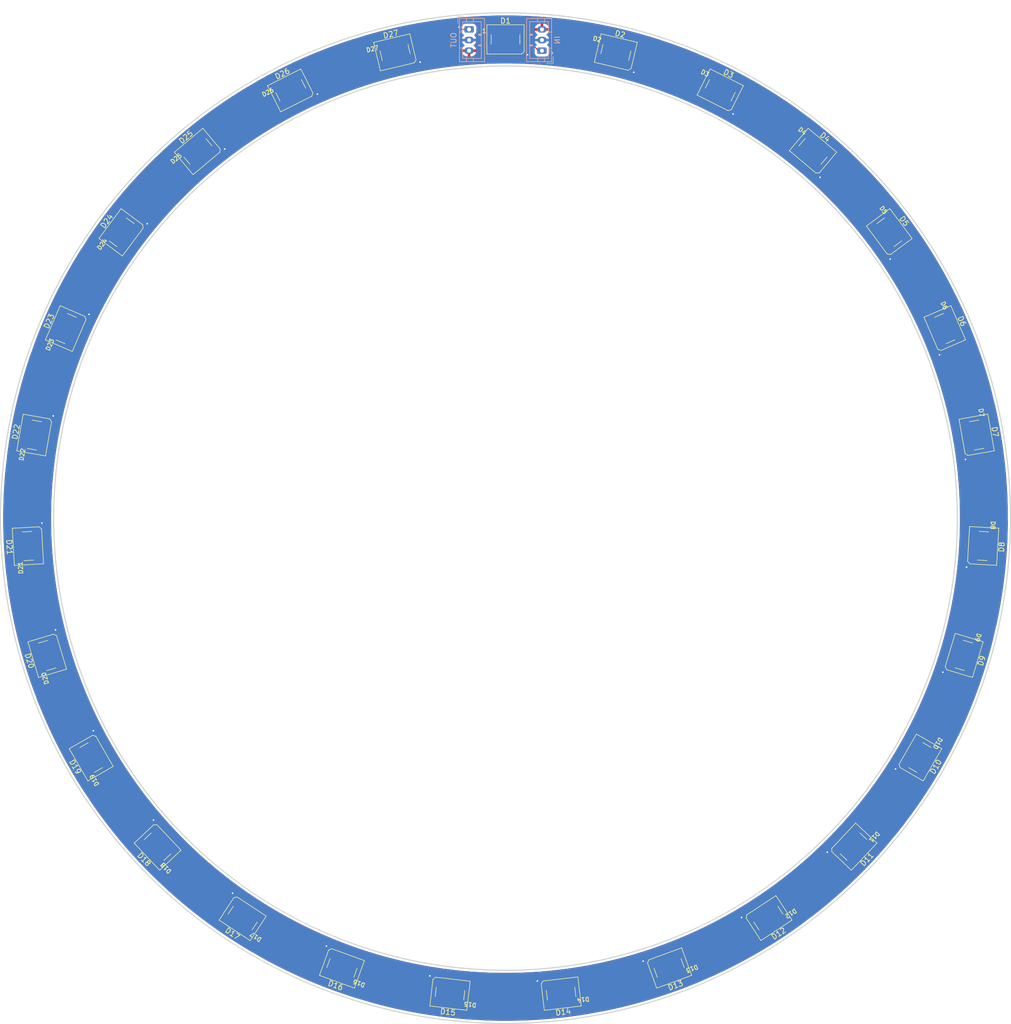
<source format=kicad_pcb>
(kicad_pcb (version 20241229) (generator "pcbnew") (generator_version "9.0")
  (layers (0 "F.Cu" signal) (2 "B.Cu" signal) (13 "F.Paste" user) (15 "B.Paste" user) (5 "F.SilkS" user "F.Silkscreen") (7 "B.SilkS" user "B.Silkscreen") (1 "F.Mask" user) (3 "B.Mask" user) (25 "Edge.Cuts" user))
  (net 0 "")
  (net 1 "Net-(D1-VSS)")
  (net 2 "Net-(D1-VDD)")
  (net 3 "Net-(D1-DOUT)")
  (net 4 "Net-(D1-DIN)")
  (net 5 "Net-(D2-DOUT)")
  (net 6 "Net-(D3-DOUT)")
  (net 7 "Net-(D4-DOUT)")
  (net 8 "Net-(D5-DOUT)")
  (net 9 "Net-(D6-DOUT)")
  (net 10 "Net-(D7-DOUT)")
  (net 11 "Net-(D8-DOUT)")
  (net 12 "Net-(D10-DIN)")
  (net 13 "Net-(D10-DOUT)")
  (net 14 "Net-(D11-DOUT)")
  (net 15 "Net-(D12-DOUT)")
  (net 16 "Net-(D13-DOUT)")
  (net 17 "Net-(D14-DOUT)")
  (net 18 "Net-(D15-DOUT)")
  (net 19 "Net-(D16-DOUT)")
  (net 20 "Net-(D17-DOUT)")
  (net 21 "Net-(D18-DOUT)")
  (net 22 "Net-(D19-DOUT)")
  (net 23 "Net-(D20-DOUT)")
  (net 24 "Net-(D21-DOUT)")
  (net 25 "Net-(D22-DOUT)")
  (net 26 "Net-(D23-DOUT)")
  (net 27 "Net-(D24-DOUT)")
  (net 28 "Net-(D25-DOUT)")
  (net 29 "Net-(D26-DOUT)")
  (net 30 "Net-(D27-DOUT)")
  (footprint "LED_SMD:LED_WS2812B_PLCC4_5.0x5.0mm_P3.2mm" (layer "F.Cu") (at 72.189836 -53.745953 -53.332)
    (property "Reference" "D5" (at 0 -3.499999 306.668) (layer "F.SilkS"))
    (property "Value" "WS2812B")
    (fp_text user "${REFERENCE}" (at -4 -1.599999 306.668) (layer "F.SilkS") (effects (font (size 0.8 0.8))))
    (pad "1" smd roundrect (at -2.45 -1.65 306.668) (size 1.5 0.9) (layers "F.Cu" "F.Mask" "F.Paste") (roundrect_rratio 0.1) (net 2 "Net-(D1-VDD)"))
    (pad "2" smd roundrect (at -2.45 1.65 306.668) (size 1.5 0.9) (layers "F.Cu" "F.Mask" "F.Paste") (roundrect_rratio 0.1) (net 8 "Net-(D5-DOUT)"))
    (pad "3" smd roundrect (at 2.45 1.65 306.668) (size 1.5 0.9) (layers "F.Cu" "F.Mask" "F.Paste") (roundrect_rratio 0.1) (net 1 "Net-(D1-VSS)"))
    (pad "4" smd roundrect (at 2.45 -1.65 306.668) (size 1.5 0.9) (layers "F.Cu" "F.Mask" "F.Paste") (roundrect_rratio 0.1) (net 7 "Net-(D4-DOUT)"))
  )
  (footprint "LED_SMD:LED_WS2812B_PLCC4_5.0x5.0mm_P3.2mm" (layer "F.Cu") (at 65.46722 61.757938 -133.33)
    (property "Reference" "D11" (at 0 -3.499999 226.67) (layer "F.SilkS"))
    (property "Value" "WS2812B")
    (fp_text user "${REFERENCE}" (at -4 -1.599999 226.67) (layer "F.SilkS") (effects (font (size 0.8 0.8))))
    (pad "1" smd roundrect (at -2.45 -1.65 226.67) (size 1.5 0.9) (layers "F.Cu" "F.Mask" "F.Paste") (roundrect_rratio 0.1) (net 2 "Net-(D1-VDD)"))
    (pad "2" smd roundrect (at -2.45 1.65 226.67) (size 1.5 0.9) (layers "F.Cu" "F.Mask" "F.Paste") (roundrect_rratio 0.1) (net 14 "Net-(D11-DOUT)"))
    (pad "3" smd roundrect (at 2.45 1.65 226.67) (size 1.5 0.9) (layers "F.Cu" "F.Mask" "F.Paste") (roundrect_rratio 0.1) (net 1 "Net-(D1-VSS)"))
    (pad "4" smd roundrect (at 2.45 -1.65 226.67) (size 1.5 0.9) (layers "F.Cu" "F.Mask" "F.Paste") (roundrect_rratio 0.1) (net 13 "Net-(D10-DOUT)"))
  )
  (footprint "LED_SMD:LED_WS2812B_PLCC4_5.0x5.0mm_P3.2mm" (layer "F.Cu") (at -57.86051 -68.935921 40.008)
    (property "Reference" "D25" (at 0 -3.499999 40.008) (layer "F.SilkS"))
    (property "Value" "WS2812B")
    (fp_text user "${REFERENCE}" (at -4 -1.6 40.008) (layer "F.SilkS") (effects (font (size 0.8 0.8))))
    (pad "1" smd roundrect (at -2.45 -1.65 40.008) (size 1.5 0.9) (layers "F.Cu" "F.Mask" "F.Paste") (roundrect_rratio 0.1) (net 2 "Net-(D1-VDD)"))
    (pad "2" smd roundrect (at -2.45 1.65 40.008) (size 1.5 0.9) (layers "F.Cu" "F.Mask" "F.Paste") (roundrect_rratio 0.1) (net 28 "Net-(D25-DOUT)"))
    (pad "3" smd roundrect (at 2.45 1.65 40.008) (size 1.5 0.9) (layers "F.Cu" "F.Mask" "F.Paste") (roundrect_rratio 0.1) (net 1 "Net-(D1-VSS)"))
    (pad "4" smd roundrect (at 2.45 -1.65 40.008) (size 1.5 0.9) (layers "F.Cu" "F.Mask" "F.Paste") (roundrect_rratio 0.1) (net 27 "Net-(D24-DOUT)"))
  )
  (footprint "LED_SMD:LED_WS2812B_PLCC4_5.0x5.0mm_P3.2mm" (layer "F.Cu") (at 49.460619 75.190737 -146.663)
    (property "Reference" "D12" (at 0 -3.499999 213.337) (layer "F.SilkS"))
    (property "Value" "WS2812B")
    (fp_text user "${REFERENCE}" (at -4 -1.599999 213.337) (layer "F.SilkS") (effects (font (size 0.8 0.8))))
    (pad "1" smd roundrect (at -2.45 -1.65 213.337) (size 1.5 0.9) (layers "F.Cu" "F.Mask" "F.Paste") (roundrect_rratio 0.1) (net 2 "Net-(D1-VDD)"))
    (pad "2" smd roundrect (at -2.45 1.65 213.337) (size 1.5 0.9) (layers "F.Cu" "F.Mask" "F.Paste") (roundrect_rratio 0.1) (net 15 "Net-(D12-DOUT)"))
    (pad "3" smd roundrect (at 2.45 1.65 213.337) (size 1.5 0.9) (layers "F.Cu" "F.Mask" "F.Paste") (roundrect_rratio 0.1) (net 1 "Net-(D1-VSS)"))
    (pad "4" smd roundrect (at 2.45 -1.65 213.337) (size 1.5 0.9) (layers "F.Cu" "F.Mask" "F.Paste") (roundrect_rratio 0.1) (net 14 "Net-(D11-DOUT)"))
  )
  (footprint "LED_SMD:LED_WS2812B_PLCC4_5.0x5.0mm_P3.2mm" (layer "F.Cu") (at 20.754918 -87.574159 -13.333)
    (property "Reference" "D2" (at -0.000001 -3.499999 346.667) (layer "F.SilkS"))
    (property "Value" "WS2812B")
    (fp_text user "${REFERENCE}" (at -4 -1.599999 346.667) (layer "F.SilkS") (effects (font (size 0.8 0.8))))
    (pad "1" smd roundrect (at -2.45 -1.65 346.667) (size 1.5 0.9) (layers "F.Cu" "F.Mask" "F.Paste") (roundrect_rratio 0.1) (net 2 "Net-(D1-VDD)"))
    (pad "2" smd roundrect (at -2.45 1.65 346.667) (size 1.5 0.9) (layers "F.Cu" "F.Mask" "F.Paste") (roundrect_rratio 0.1) (net 5 "Net-(D2-DOUT)"))
    (pad "3" smd roundrect (at 2.45 1.65 346.667) (size 1.5 0.9) (layers "F.Cu" "F.Mask" "F.Paste") (roundrect_rratio 0.1) (net 1 "Net-(D1-VSS)"))
    (pad "4" smd roundrect (at 2.45 -1.65 346.667) (size 1.5 0.9) (layers "F.Cu" "F.Mask" "F.Paste") (roundrect_rratio 0.1) (net 3 "Net-(D1-DOUT)"))
  )
  (footprint "LED_SMD:LED_WS2812B_PLCC4_5.0x5.0mm_P3.2mm" (layer "F.Cu") (at -88.634606 -15.617507 80.007)
    (property "Reference" "D22" (at 0.000001 -3.5 80.007) (layer "F.SilkS"))
    (property "Value" "WS2812B")
    (fp_text user "${REFERENCE}" (at -4.000001 -1.599999 80.007) (layer "F.SilkS") (effects (font (size 0.8 0.8))))
    (pad "1" smd roundrect (at -2.45 -1.65 80.007) (size 1.5 0.9) (layers "F.Cu" "F.Mask" "F.Paste") (roundrect_rratio 0.1) (net 2 "Net-(D1-VDD)"))
    (pad "2" smd roundrect (at -2.45 1.65 80.007) (size 1.5 0.9) (layers "F.Cu" "F.Mask" "F.Paste") (roundrect_rratio 0.1) (net 25 "Net-(D22-DOUT)"))
    (pad "3" smd roundrect (at 2.45 1.65 80.007) (size 1.5 0.9) (layers "F.Cu" "F.Mask" "F.Paste") (roundrect_rratio 0.1) (net 1 "Net-(D1-VSS)"))
    (pad "4" smd roundrect (at 2.45 -1.65 80.007) (size 1.5 0.9) (layers "F.Cu" "F.Mask" "F.Paste") (roundrect_rratio 0.1) (net 24 "Net-(D21-DOUT)"))
  )
  (footprint "LED_SMD:LED_WS2812B_PLCC4_5.0x5.0mm_P3.2mm" (layer "F.Cu") (at -10.441081 89.392302 173.338)
    (property "Reference" "D15" (at 0 -3.5 173.338) (layer "F.SilkS"))
    (property "Value" "WS2812B")
    (fp_text user "${REFERENCE}" (at -4.000001 -1.599999 173.338) (layer "F.SilkS") (effects (font (size 0.8 0.8))))
    (pad "1" smd roundrect (at -2.45 -1.65 173.338) (size 1.5 0.9) (layers "F.Cu" "F.Mask" "F.Paste") (roundrect_rratio 0.1) (net 2 "Net-(D1-VDD)"))
    (pad "2" smd roundrect (at -2.45 1.65 173.338) (size 1.5 0.9) (layers "F.Cu" "F.Mask" "F.Paste") (roundrect_rratio 0.1) (net 18 "Net-(D15-DOUT)"))
    (pad "3" smd roundrect (at 2.45 1.65 173.338) (size 1.5 0.9) (layers "F.Cu" "F.Mask" "F.Paste") (roundrect_rratio 0.1) (net 1 "Net-(D1-VSS)"))
    (pad "4" smd roundrect (at 2.45 -1.65 173.338) (size 1.5 0.9) (layers "F.Cu" "F.Mask" "F.Paste") (roundrect_rratio 0.1) (net 17 "Net-(D14-DOUT)"))
  )
  (footprint "LED_SMD:LED_WS2812B_PLCC4_5.0x5.0mm_P3.2mm" (layer "F.Cu") (at 30.787717 84.570186 -159.996)
    (property "Reference" "D13" (at 0 -3.499999 200.004) (layer "F.SilkS"))
    (property "Value" "WS2812B")
    (fp_text user "${REFERENCE}" (at -4 -1.6 200.004) (layer "F.SilkS") (effects (font (size 0.8 0.8))))
    (pad "1" smd roundrect (at -2.45 -1.65 200.004) (size 1.5 0.9) (layers "F.Cu" "F.Mask" "F.Paste") (roundrect_rratio 0.1) (net 2 "Net-(D1-VDD)"))
    (pad "2" smd roundrect (at -2.45 1.65 200.004) (size 1.5 0.9) (layers "F.Cu" "F.Mask" "F.Paste") (roundrect_rratio 0.1) (net 16 "Net-(D13-DOUT)"))
    (pad "3" smd roundrect (at 2.45 1.65 200.004) (size 1.5 0.9) (layers "F.Cu" "F.Mask" "F.Paste") (roundrect_rratio 0.1) (net 1 "Net-(D1-VSS)"))
    (pad "4" smd roundrect (at 2.45 -1.65 200.004) (size 1.5 0.9) (layers "F.Cu" "F.Mask" "F.Paste") (roundrect_rratio 0.1) (net 15 "Net-(D12-DOUT)"))
  )
  (footprint "LED_SMD:LED_WS2812B_PLCC4_5.0x5.0mm_P3.2mm" (layer "F.Cu") (at -40.403623 -80.421062 26.675)
    (property "Reference" "D26" (at 0 -3.499999 26.675) (layer "F.SilkS"))
    (property "Value" "WS2812B")
    (fp_text user "${REFERENCE}" (at -4 -1.6 26.675) (layer "F.SilkS") (effects (font (size 0.8 0.8))))
    (pad "1" smd roundrect (at -2.45 -1.65 26.675) (size 1.5 0.9) (layers "F.Cu" "F.Mask" "F.Paste") (roundrect_rratio 0.1) (net 2 "Net-(D1-VDD)"))
    (pad "2" smd roundrect (at -2.45 1.65 26.675) (size 1.5 0.9) (layers "F.Cu" "F.Mask" "F.Paste") (roundrect_rratio 0.1) (net 29 "Net-(D26-DOUT)"))
    (pad "3" smd roundrect (at 2.45 1.65 26.675) (size 1.5 0.9) (layers "F.Cu" "F.Mask" "F.Paste") (roundrect_rratio 0.1) (net 1 "Net-(D1-VSS)"))
    (pad "4" smd roundrect (at 2.45 -1.65 26.675) (size 1.5 0.9) (layers "F.Cu" "F.Mask" "F.Paste") (roundrect_rratio 0.1) (net 28 "Net-(D25-DOUT)"))
  )
  (footprint "LED_SMD:LED_WS2812B_PLCC4_5.0x5.0mm_P3.2mm" (layer "F.Cu") (at 57.849681 -68.945009 -39.999)
    (property "Reference" "D4" (at 0 -3.499999 320.001) (layer "F.SilkS"))
    (property "Value" "WS2812B")
    (fp_text user "${REFERENCE}" (at -4 -1.6 320.001) (layer "F.SilkS") (effects (font (size 0.8 0.8))))
    (pad "1" smd roundrect (at -2.45 -1.65 320.001) (size 1.5 0.9) (layers "F.Cu" "F.Mask" "F.Paste") (roundrect_rratio 0.1) (net 2 "Net-(D1-VDD)"))
    (pad "2" smd roundrect (at -2.45 1.65 320.001) (size 1.5 0.9) (layers "F.Cu" "F.Mask" "F.Paste") (roundrect_rratio 0.1) (net 7 "Net-(D4-DOUT)"))
    (pad "3" smd roundrect (at 2.45 1.65 320.001) (size 1.5 0.9) (layers "F.Cu" "F.Mask" "F.Paste") (roundrect_rratio 0.1) (net 1 "Net-(D1-VSS)"))
    (pad "4" smd roundrect (at 2.45 -1.65 320.001) (size 1.5 0.9) (layers "F.Cu" "F.Mask" "F.Paste") (roundrect_rratio 0.1) (net 6 "Net-(D3-DOUT)"))
  )
  (footprint "LED_SMD:LED_WS2812B_PLCC4_5.0x5.0mm_P3.2mm" (layer "F.Cu") (at 89.847947 5.229375 -93.331)
    (property "Reference" "D8" (at -0.000001 -3.499999 266.669) (layer "F.SilkS"))
    (property "Value" "WS2812B")
    (fp_text user "${REFERENCE}" (at -4.000001 -1.599999 266.669) (layer "F.SilkS") (effects (font (size 0.8 0.8))))
    (pad "1" smd roundrect (at -2.45 -1.65 266.669) (size 1.5 0.9) (layers "F.Cu" "F.Mask" "F.Paste") (roundrect_rratio 0.1) (net 2 "Net-(D1-VDD)"))
    (pad "2" smd roundrect (at -2.45 1.65 266.669) (size 1.5 0.9) (layers "F.Cu" "F.Mask" "F.Paste") (roundrect_rratio 0.1) (net 11 "Net-(D8-DOUT)"))
    (pad "3" smd roundrect (at 2.45 1.65 266.669) (size 1.5 0.9) (layers "F.Cu" "F.Mask" "F.Paste") (roundrect_rratio 0.1) (net 1 "Net-(D1-VSS)"))
    (pad "4" smd roundrect (at 2.45 -1.65 266.669) (size 1.5 0.9) (layers "F.Cu" "F.Mask" "F.Paste") (roundrect_rratio 0.1) (net 10 "Net-(D7-DOUT)"))
  )
  (footprint "LED_SMD:LED_WS2812B_PLCC4_5.0x5.0mm_P3.2mm" (layer "F.Cu") (at -82.644011 -35.636601 66.674)
    (property "Reference" "D23" (at 0 -3.499999 66.674) (layer "F.SilkS"))
    (property "Value" "WS2812B")
    (fp_text user "${REFERENCE}" (at -4 -1.599999 66.674) (layer "F.SilkS") (effects (font (size 0.8 0.8))))
    (pad "1" smd roundrect (at -2.45 -1.65 66.674) (size 1.5 0.9) (layers "F.Cu" "F.Mask" "F.Paste") (roundrect_rratio 0.1) (net 2 "Net-(D1-VDD)"))
    (pad "2" smd roundrect (at -2.45 1.65 66.674) (size 1.5 0.9) (layers "F.Cu" "F.Mask" "F.Paste") (roundrect_rratio 0.1) (net 26 "Net-(D23-DOUT)"))
    (pad "3" smd roundrect (at 2.45 1.65 66.674) (size 1.5 0.9) (layers "F.Cu" "F.Mask" "F.Paste") (roundrect_rratio 0.1) (net 1 "Net-(D1-VSS)"))
    (pad "4" smd roundrect (at 2.45 -1.65 66.674) (size 1.5 0.9) (layers "F.Cu" "F.Mask" "F.Paste") (roundrect_rratio 0.1) (net 25 "Net-(D22-DOUT)"))
  )
  (footprint "LED_SMD:LED_WS2812B_PLCC4_5.0x5.0mm_P3.2mm" (layer "F.Cu") (at -72.198278 -53.734612 53.341)
    (property "Reference" "D24" (at 0 -3.499999 53.341) (layer "F.SilkS"))
    (property "Value" "WS2812B")
    (fp_text user "${REFERENCE}" (at -4 -1.599999 53.341) (layer "F.SilkS") (effects (font (size 0.8 0.8))))
    (pad "1" smd roundrect (at -2.45 -1.65 53.341) (size 1.5 0.9) (layers "F.Cu" "F.Mask" "F.Paste") (roundrect_rratio 0.1) (net 2 "Net-(D1-VDD)"))
    (pad "2" smd roundrect (at -2.45 1.65 53.341) (size 1.5 0.9) (layers "F.Cu" "F.Mask" "F.Paste") (roundrect_rratio 0.1) (net 27 "Net-(D24-DOUT)"))
    (pad "3" smd roundrect (at 2.45 1.65 53.341) (size 1.5 0.9) (layers "F.Cu" "F.Mask" "F.Paste") (roundrect_rratio 0.1) (net 1 "Net-(D1-VSS)"))
    (pad "4" smd roundrect (at 2.45 -1.65 53.341) (size 1.5 0.9) (layers "F.Cu" "F.Mask" "F.Paste") (roundrect_rratio 0.1) (net 26 "Net-(D23-DOUT)"))
  )
  (footprint "LED_SMD:LED_WS2812B_PLCC4_5.0x5.0mm_P3.2mm" (layer "F.Cu") (at 86.220257 25.808278 -106.664)
    (property "Reference" "D9" (at 0 -3.5 253.336) (layer "F.SilkS"))
    (property "Value" "WS2812B")
    (fp_text user "${REFERENCE}" (at -4 -1.6 253.336) (layer "F.SilkS") (effects (font (size 0.8 0.8))))
    (pad "1" smd roundrect (at -2.45 -1.65 253.336) (size 1.5 0.9) (layers "F.Cu" "F.Mask" "F.Paste") (roundrect_rratio 0.1) (net 2 "Net-(D1-VDD)"))
    (pad "2" smd roundrect (at -2.45 1.65 253.336) (size 1.5 0.9) (layers "F.Cu" "F.Mask" "F.Paste") (roundrect_rratio 0.1) (net 12 "Net-(D10-DIN)"))
    (pad "3" smd roundrect (at 2.45 1.65 253.336) (size 1.5 0.9) (layers "F.Cu" "F.Mask" "F.Paste") (roundrect_rratio 0.1) (net 1 "Net-(D1-VSS)"))
    (pad "4" smd roundrect (at 2.45 -1.65 253.336) (size 1.5 0.9) (layers "F.Cu" "F.Mask" "F.Paste") (roundrect_rratio 0.1) (net 11 "Net-(D8-DOUT)"))
  )
  (footprint "LED_SMD:LED_WS2812B_PLCC4_5.0x5.0mm_P3.2mm" (layer "F.Cu") (at -65.457519 61.768221 133.339)
    (property "Reference" "D18" (at 0 -3.5 133.339) (layer "F.SilkS"))
    (property "Value" "WS2812B")
    (fp_text user "${REFERENCE}" (at -4 -1.599999 133.339) (layer "F.SilkS") (effects (font (size 0.8 0.8))))
    (pad "1" smd roundrect (at -2.450001 -1.65 133.339) (size 1.5 0.9) (layers "F.Cu" "F.Mask" "F.Paste") (roundrect_rratio 0.1) (net 2 "Net-(D1-VDD)"))
    (pad "2" smd roundrect (at -2.45 1.65 133.339) (size 1.5 0.9) (layers "F.Cu" "F.Mask" "F.Paste") (roundrect_rratio 0.1) (net 21 "Net-(D18-DOUT)"))
    (pad "3" smd roundrect (at 2.450001 1.65 133.339) (size 1.5 0.9) (layers "F.Cu" "F.Mask" "F.Paste") (roundrect_rratio 0.1) (net 1 "Net-(D1-VSS)"))
    (pad "4" smd roundrect (at 2.45 -1.65 133.339) (size 1.5 0.9) (layers "F.Cu" "F.Mask" "F.Paste") (roundrect_rratio 0.1) (net 20 "Net-(D17-DOUT)"))
  )
  (footprint "LED_SMD:LED_WS2812B_PLCC4_5.0x5.0mm_P3.2mm" (layer "F.Cu") (at -77.937573 45.008161 120.006)
    (property "Reference" "D19" (at 0 -3.499999 120.006) (layer "F.SilkS"))
    (property "Value" "WS2812B")
    (fp_text user "${REFERENCE}" (at -4 -1.6 120.006) (layer "F.SilkS") (effects (font (size 0.8 0.8))))
    (pad "1" smd roundrect (at -2.450001 -1.65 120.006) (size 1.5 0.9) (layers "F.Cu" "F.Mask" "F.Paste") (roundrect_rratio 0.1) (net 2 "Net-(D1-VDD)"))
    (pad "2" smd roundrect (at -2.45 1.65 120.006) (size 1.5 0.9) (layers "F.Cu" "F.Mask" "F.Paste") (roundrect_rratio 0.1) (net 22 "Net-(D19-DOUT)"))
    (pad "3" smd roundrect (at 2.450001 1.65 120.006) (size 1.5 0.9) (layers "F.Cu" "F.Mask" "F.Paste") (roundrect_rratio 0.1) (net 1 "Net-(D1-VSS)"))
    (pad "4" smd roundrect (at 2.45 -1.65 120.006) (size 1.5 0.9) (layers "F.Cu" "F.Mask" "F.Paste") (roundrect_rratio 0.1) (net 21 "Net-(D18-DOUT)"))
  )
  (footprint "LED_SMD:LED_WS2812B_PLCC4_5.0x5.0mm_P3.2mm" (layer "F.Cu") (at 10.455123 89.390661 -173.329)
    (property "Reference" "D14" (at 0 -3.499999 186.671) (layer "F.SilkS"))
    (property "Value" "WS2812B")
    (fp_text user "${REFERENCE}" (at -4 -1.6 186.671) (layer "F.SilkS") (effects (font (size 0.8 0.8))))
    (pad "1" smd roundrect (at -2.45 -1.65 186.671) (size 1.5 0.9) (layers "F.Cu" "F.Mask" "F.Paste") (roundrect_rratio 0.1) (net 2 "Net-(D1-VDD)"))
    (pad "2" smd roundrect (at -2.45 1.65 186.671) (size 1.5 0.9) (layers "F.Cu" "F.Mask" "F.Paste") (roundrect_rratio 0.1) (net 17 "Net-(D14-DOUT)"))
    (pad "3" smd roundrect (at 2.45 1.65 186.671) (size 1.5 0.9) (layers "F.Cu" "F.Mask" "F.Paste") (roundrect_rratio 0.1) (net 1 "Net-(D1-VSS)"))
    (pad "4" smd roundrect (at 2.45 -1.65 186.671) (size 1.5 0.9) (layers "F.Cu" "F.Mask" "F.Paste") (roundrect_rratio 0.1) (net 16 "Net-(D13-DOUT)"))
  )
  (footprint "LED_SMD:LED_WS2812B_PLCC4_5.0x5.0mm_P3.2mm" (layer "F.Cu") (at -49.448808 75.198506 146.672)
    (property "Reference" "D17" (at 0 -3.5 146.672) (layer "F.SilkS"))
    (property "Value" "WS2812B")
    (fp_text user "${REFERENCE}" (at -4 -1.6 146.672) (layer "F.SilkS") (effects (font (size 0.8 0.8))))
    (pad "1" smd roundrect (at -2.45 -1.65 146.672) (size 1.5 0.9) (layers "F.Cu" "F.Mask" "F.Paste") (roundrect_rratio 0.1) (net 2 "Net-(D1-VDD)"))
    (pad "2" smd roundrect (at -2.45 1.65 146.672) (size 1.5 0.9) (layers "F.Cu" "F.Mask" "F.Paste") (roundrect_rratio 0.1) (net 20 "Net-(D17-DOUT)"))
    (pad "3" smd roundrect (at 2.45 1.65 146.672) (size 1.5 0.9) (layers "F.Cu" "F.Mask" "F.Paste") (roundrect_rratio 0.1) (net 1 "Net-(D1-VSS)"))
    (pad "4" smd roundrect (at 2.45 -1.65 146.672) (size 1.5 0.9) (layers "F.Cu" "F.Mask" "F.Paste") (roundrect_rratio 0.1) (net 19 "Net-(D16-DOUT)"))
  )
  (footprint "LED_SMD:LED_WS2812B_PLCC4_5.0x5.0mm_P3.2mm" (layer "F.Cu") (at -89.847124 5.243488 93.34)
    (property "Reference" "D21" (at 0 -3.499999 93.34) (layer "F.SilkS"))
    (property "Value" "WS2812B")
    (fp_text user "${REFERENCE}" (at -4 -1.6 93.34) (layer "F.SilkS") (effects (font (size 0.8 0.8))))
    (pad "1" smd roundrect (at -2.45 -1.65 93.34) (size 1.5 0.9) (layers "F.Cu" "F.Mask" "F.Paste") (roundrect_rratio 0.1) (net 2 "Net-(D1-VDD)"))
    (pad "2" smd roundrect (at -2.45 1.65 93.34) (size 1.5 0.9) (layers "F.Cu" "F.Mask" "F.Paste") (roundrect_rratio 0.1) (net 24 "Net-(D21-DOUT)"))
    (pad "3" smd roundrect (at 2.45 1.65 93.34) (size 1.5 0.9) (layers "F.Cu" "F.Mask" "F.Paste") (roundrect_rratio 0.1) (net 1 "Net-(D1-VSS)"))
    (pad "4" smd roundrect (at 2.45 -1.65 93.34) (size 1.5 0.9) (layers "F.Cu" "F.Mask" "F.Paste") (roundrect_rratio 0.1) (net 23 "Net-(D20-DOUT)"))
  )
  (footprint "LED_SMD:LED_WS2812B_PLCC4_5.0x5.0mm_P3.2mm" (layer "F.Cu") (at 77.944642 44.995918 -119.997)
    (property "Reference" "D10" (at 0 -3.499999 240.003) (layer "F.SilkS"))
    (property "Value" "WS2812B")
    (fp_text user "${REFERENCE}" (at -4 -1.6 240.003) (layer "F.SilkS") (effects (font (size 0.8 0.8))))
    (pad "1" smd roundrect (at -2.45 -1.65 240.003) (size 1.5 0.9) (layers "F.Cu" "F.Mask" "F.Paste") (roundrect_rratio 0.1) (net 2 "Net-(D1-VDD)"))
    (pad "2" smd roundrect (at -2.45 1.65 240.003) (size 1.5 0.9) (layers "F.Cu" "F.Mask" "F.Paste") (roundrect_rratio 0.1) (net 13 "Net-(D10-DOUT)"))
    (pad "3" smd roundrect (at 2.45 1.65 240.003) (size 1.5 0.9) (layers "F.Cu" "F.Mask" "F.Paste") (roundrect_rratio 0.1) (net 1 "Net-(D1-VSS)"))
    (pad "4" smd roundrect (at 2.45 -1.65 240.003) (size 1.5 0.9) (layers "F.Cu" "F.Mask" "F.Paste") (roundrect_rratio 0.1) (net 12 "Net-(D10-DIN)"))
  )
  (footprint "LED_SMD:LED_WS2812B_PLCC4_5.0x5.0mm_P3.2mm" (layer "F.Cu") (at 40.39099 -80.427407 -26.666)
    (property "Reference" "D3" (at 0 -3.499999 333.334) (layer "F.SilkS"))
    (property "Value" "WS2812B")
    (fp_text user "${REFERENCE}" (at -4 -1.599999 333.334) (layer "F.SilkS") (effects (font (size 0.8 0.8))))
    (pad "1" smd roundrect (at -2.45 -1.65 333.334) (size 1.5 0.9) (layers "F.Cu" "F.Mask" "F.Paste") (roundrect_rratio 0.1) (net 2 "Net-(D1-VDD)"))
    (pad "2" smd roundrect (at -2.45 1.65 333.334) (size 1.5 0.9) (layers "F.Cu" "F.Mask" "F.Paste") (roundrect_rratio 0.1) (net 6 "Net-(D3-DOUT)"))
    (pad "3" smd roundrect (at 2.45 1.65 333.334) (size 1.5 0.9) (layers "F.Cu" "F.Mask" "F.Paste") (roundrect_rratio 0.1) (net 1 "Net-(D1-VSS)"))
    (pad "4" smd roundrect (at 2.45 -1.65 333.334) (size 1.5 0.9) (layers "F.Cu" "F.Mask" "F.Paste") (roundrect_rratio 0.1) (net 5 "Net-(D2-DOUT)"))
  )
  (footprint "LED_SMD:LED_WS2812B_PLCC4_5.0x5.0mm_P3.2mm" (layer "F.Cu") (at 88.632152 -15.631429 -79.998)
    (property "Reference" "D7" (at 0.000001 -3.499999 280.002) (layer "F.SilkS"))
    (property "Value" "WS2812B")
    (fp_text user "${REFERENCE}" (at -3.999999 -1.599999 280.002) (layer "F.SilkS") (effects (font (size 0.8 0.8))))
    (pad "1" smd roundrect (at -2.45 -1.65 280.002) (size 1.5 0.9) (layers "F.Cu" "F.Mask" "F.Paste") (roundrect_rratio 0.1) (net 2 "Net-(D1-VDD)"))
    (pad "2" smd roundrect (at -2.45 1.65 280.002) (size 1.5 0.9) (layers "F.Cu" "F.Mask" "F.Paste") (roundrect_rratio 0.1) (net 10 "Net-(D7-DOUT)"))
    (pad "3" smd roundrect (at 2.45 1.65 280.002) (size 1.5 0.9) (layers "F.Cu" "F.Mask" "F.Paste") (roundrect_rratio 0.1) (net 1 "Net-(D1-VSS)"))
    (pad "4" smd roundrect (at 2.45 -1.65 280.002) (size 1.5 0.9) (layers "F.Cu" "F.Mask" "F.Paste") (roundrect_rratio 0.1) (net 9 "Net-(D6-DOUT)"))
  )
  (footprint "LED_SMD:LED_WS2812B_PLCC4_5.0x5.0mm_P3.2mm" (layer "F.Cu") (at -20.768674 -87.570897 13.342)
    (property "Reference" "D27" (at 0 -3.499999 13.342) (layer "F.SilkS"))
    (property "Value" "WS2812B")
    (fp_text user "${REFERENCE}" (at -3.999999 -1.599999 13.342) (layer "F.SilkS") (effects (font (size 0.8 0.8))))
    (pad "1" smd roundrect (at -2.45 -1.65 13.342) (size 1.5 0.9) (layers "F.Cu" "F.Mask" "F.Paste") (roundrect_rratio 0.1) (net 2 "Net-(D1-VDD)"))
    (pad "2" smd roundrect (at -2.45 1.65 13.342) (size 1.5 0.9) (layers "F.Cu" "F.Mask" "F.Paste") (roundrect_rratio 0.1) (net 30 "Net-(D27-DOUT)"))
    (pad "3" smd roundrect (at 2.45 1.65 13.342) (size 1.5 0.9) (layers "F.Cu" "F.Mask" "F.Paste") (roundrect_rratio 0.1) (net 1 "Net-(D1-VSS)"))
    (pad "4" smd roundrect (at 2.45 -1.65 13.342) (size 1.5 0.9) (layers "F.Cu" "F.Mask" "F.Paste") (roundrect_rratio 0.1) (net 29 "Net-(D26-DOUT)"))
  )
  (footprint "LED_SMD:LED_WS2812B_PLCC4_5.0x5.0mm_P3.2mm" (layer "F.Cu") (at -30.774432 84.575021 160.005)
    (property "Reference" "D16" (at 0 -3.499999 160.005) (layer "F.SilkS"))
    (property "Value" "WS2812B")
    (fp_text user "${REFERENCE}" (at -4 -1.599999 160.005) (layer "F.SilkS") (effects (font (size 0.8 0.8))))
    (pad "1" smd roundrect (at -2.45 -1.650001 160.005) (size 1.5 0.9) (layers "F.Cu" "F.Mask" "F.Paste") (roundrect_rratio 0.1) (net 2 "Net-(D1-VDD)"))
    (pad "2" smd roundrect (at -2.45 1.65 160.005) (size 1.5 0.9) (layers "F.Cu" "F.Mask" "F.Paste") (roundrect_rratio 0.1) (net 19 "Net-(D16-DOUT)"))
    (pad "3" smd roundrect (at 2.45 1.650001 160.005) (size 1.5 0.9) (layers "F.Cu" "F.Mask" "F.Paste") (roundrect_rratio 0.1) (net 1 "Net-(D1-VSS)"))
    (pad "4" smd roundrect (at 2.45 -1.65 160.005) (size 1.5 0.9) (layers "F.Cu" "F.Mask" "F.Paste") (roundrect_rratio 0.1) (net 18 "Net-(D15-DOUT)"))
  )
  (footprint "LED_SMD:LED_WS2812B_PLCC4_5.0x5.0mm_P3.2mm" (layer "F.Cu") (at 0 -90)
    (property "Reference" "D1" (at 0 -3.5 0) (layer "F.SilkS"))
    (property "Value" "WS2812B")
    (fp_text user "1" (at -4 -1.6 0) (layer "F.SilkS") (effects (font (size 0.8 0.8))))
    (pad "1" smd roundrect (at -2.45 -1.65) (size 1.5 0.9) (layers "F.Cu" "F.Mask" "F.Paste") (roundrect_rratio 0.1) (net 2 "Net-(D1-VDD)"))
    (pad "2" smd roundrect (at -2.45 1.65) (size 1.5 0.9) (layers "F.Cu" "F.Mask" "F.Paste") (roundrect_rratio 0.1) (net 3 "Net-(D1-DOUT)"))
    (pad "3" smd roundrect (at 2.45 1.65) (size 1.5 0.9) (layers "F.Cu" "F.Mask" "F.Paste") (roundrect_rratio 0.1) (net 1 "Net-(D1-VSS)"))
    (pad "4" smd roundrect (at 2.45 -1.65) (size 1.5 0.9) (layers "F.Cu" "F.Mask" "F.Paste") (roundrect_rratio 0.1) (net 4 "Net-(D1-DIN)"))
  )
  (footprint "LED_SMD:LED_WS2812B_PLCC4_5.0x5.0mm_P3.2mm" (layer "F.Cu") (at -86.216202 25.821821 106.673)
    (property "Reference" "D20" (at 0.000001 -3.499999 106.673) (layer "F.SilkS"))
    (property "Value" "WS2812B")
    (fp_text user "${REFERENCE}" (at -4 -1.599999 106.673) (layer "F.SilkS") (effects (font (size 0.8 0.8))))
    (pad "1" smd roundrect (at -2.45 -1.65 106.673) (size 1.5 0.9) (layers "F.Cu" "F.Mask" "F.Paste") (roundrect_rratio 0.1) (net 2 "Net-(D1-VDD)"))
    (pad "2" smd roundrect (at -2.45 1.65 106.673) (size 1.5 0.9) (layers "F.Cu" "F.Mask" "F.Paste") (roundrect_rratio 0.1) (net 23 "Net-(D20-DOUT)"))
    (pad "3" smd roundrect (at 2.45 1.65 106.673) (size 1.5 0.9) (layers "F.Cu" "F.Mask" "F.Paste") (roundrect_rratio 0.1) (net 1 "Net-(D1-VSS)"))
    (pad "4" smd roundrect (at 2.45 -1.65 106.673) (size 1.5 0.9) (layers "F.Cu" "F.Mask" "F.Paste") (roundrect_rratio 0.1) (net 22 "Net-(D19-DOUT)"))
  )
  (footprint "LED_SMD:LED_WS2812B_PLCC4_5.0x5.0mm_P3.2mm" (layer "F.Cu") (at 82.638412 -35.649582 -66.665)
    (property "Reference" "D6" (at 0.000001 -3.5 293.335) (layer "F.SilkS"))
    (property "Value" "WS2812B")
    (fp_text user "${REFERENCE}" (at -4 -1.599999 293.335) (layer "F.SilkS") (effects (font (size 0.8 0.8))))
    (pad "1" smd roundrect (at -2.45 -1.65 293.335) (size 1.5 0.9) (layers "F.Cu" "F.Mask" "F.Paste") (roundrect_rratio 0.1) (net 2 "Net-(D1-VDD)"))
    (pad "2" smd roundrect (at -2.45 1.649999 293.335) (size 1.5 0.9) (layers "F.Cu" "F.Mask" "F.Paste") (roundrect_rratio 0.1) (net 9 "Net-(D6-DOUT)"))
    (pad "3" smd roundrect (at 2.45 1.65 293.335) (size 1.5 0.9) (layers "F.Cu" "F.Mask" "F.Paste") (roundrect_rratio 0.1) (net 1 "Net-(D1-VSS)"))
    (pad "4" smd roundrect (at 2.45 -1.649999 293.335) (size 1.5 0.9) (layers "F.Cu" "F.Mask" "F.Paste") (roundrect_rratio 0.1) (net 8 "Net-(D5-DOUT)"))
  )
  (footprint "Connector_JST:JST_PH_B3B-PH-K_1x03_P2.00mm_Vertical" (layer "B.Cu") (at -6.858 -91.884 -90)
    (property "Reference" "OUT" (at 2 2.9 90) (layer "B.SilkS") (effects (justify mirror)))
    (property "Value" "Conn_01x03_Socket")
    (pad "1" thru_hole roundrect (at 0 0 270) (size 1.2 1.75) (drill 0.75) (layers "*.Cu" "*.Mask") (roundrect_rratio 0.208333) (net 30 "Net-(D27-DOUT)"))
    (pad "2" thru_hole oval (at 2 0 270) (size 1.2 1.75) (drill 0.75) (layers "*.Cu" "*.Mask") (net 1 "Net-(D1-VSS)"))
    (pad "3" thru_hole oval (at 4 0 270) (size 1.2 1.75) (drill 0.75) (layers "*.Cu" "*.Mask") (net 2 "Net-(D1-VDD)"))
  )
  (footprint "Connector_JST:JST_PH_B3B-PH-K_1x03_P2.00mm_Vertical" (layer "B.Cu") (at 6.858 -87.884 90)
    (property "Reference" "IN" (at 2 2.9 90) (layer "B.SilkS") (effects (justify mirror)))
    (property "Value" "Conn_01x03_Socket")
    (pad "1" thru_hole roundrect (at 0 0 90) (size 1.2 1.75) (drill 0.75) (layers "*.Cu" "*.Mask") (roundrect_rratio 0.208333) (net 4 "Net-(D1-DIN)"))
    (pad "2" thru_hole oval (at 2 0 90) (size 1.2 1.75) (drill 0.75) (layers "*.Cu" "*.Mask") (net 1 "Net-(D1-VSS)"))
    (pad "3" thru_hole oval (at 4 0 90) (size 1.2 1.75) (drill 0.75) (layers "*.Cu" "*.Mask") (net 2 "Net-(D1-VDD)"))
  )
  (gr_circle (center 0 0) (end 95 0) (stroke (width 0.2)) (fill no) (layer "Edge.Cuts"))
  (gr_circle (center 0 0) (end 85 0) (stroke (width 0.2)) (fill no) (layer "Edge.Cuts"))
  (segment (start 4.100508 -87.331677) (end 2.449536 -88.350013) (width 0.5) (layer "F.Cu") (net 1))
  (segment (start 59.277788 -64.263362) (end 58.66767 -66.104685) (width 0.5) (layer "F.Cu") (net 1))
  (segment (start -14.212023 86.265024) (end -12.690445 87.468152) (width 0.5) (layer "F.Cu") (net 1))
  (segment (start 81.813875 -30.824111) (end 82.095035 -32.743399) (width 0.5) (layer "F.Cu") (net 1))
  (segment (start -66.33703 56.947646) (end -65.944786 58.847346) (width 0.5) (layer "F.Cu") (net 1))
  (segment (start -87.219247 0.923154) (end -87.422353 0.983959) (width 0.5) (layer "F.Cu") (net 1))
  (segment (start 86.717094 -11.125715) (end 87.433293 -12.928428) (width 0.5) (layer "F.Cu") (net 1))
  (segment (start 86.52242 -11.041744) (end 86.717094 -11.125715) (width 0.5) (layer "F.Cu") (net 1))
  (segment (start -33.722973 80.662241) (end -32.519869 82.183838) (width 0.5) (layer "F.Cu") (net 1))
  (segment (start -85.2928 -19.203496) (end -86.582358 -17.754443) (width 0.5) (layer "F.Cu") (net 1))
  (segment (start 86.945395 9.172468) (end 88.058022 7.583513) (width 0.5) (layer "F.Cu") (net 1))
  (segment (start 26.015247 83.467616) (end 27.914941 83.85989) (width 0.5) (layer "F.Cu") (net 1))
  (segment (start 86.736604 9.209281) (end 86.945396 9.172468) (width 0.5) (layer "F.Cu") (net 1))
  (segment (start -51.415917 70.710957) (end -50.596146 72.468993) (width 0.5) (layer "F.Cu") (net 1))
  (segment (start 73.580702 47.217753) (end 75.288102 46.297155) (width 0.5) (layer "F.Cu") (net 1))
  (segment (start -67.601981 -55.440131) (end -69.404705 -54.72396) (width 0.5) (layer "F.Cu") (net 1))
  (segment (start 73.377598 47.156945) (end 73.580703 47.217753) (width 0.5) (layer "F.Cu") (net 1))
  (segment (start 24.13 -84.032012) (end 22.758374 -85.403638) (width 0.5) (layer "F.Cu") (net 1))
  (segment (start 60.524592 62.807827) (end 60.708199 62.913835) (width 0.5) (layer "F.Cu") (net 1))
  (segment (start 6.065097 87.217261) (end 7.82312 88.037059) (width 0.5) (layer "F.Cu") (net 1))
  (segment (start 82.274818 28.963833) (end 82.486471 28.976163) (width 0.5) (layer "F.Cu") (net 1))
  (segment (start -87.422353 0.983959) (end -88.342977 2.691345) (width 0.5) (layer "F.Cu") (net 1))
  (segment (start 24.13 -83.82) (end 24.13 -84.032012) (width 0.5) (layer "F.Cu") (net 1))
  (segment (start -16.054892 -85.733831) (end -16.150043 -85.923292) (width 0.5) (layer "F.Cu") (net 1))
  (segment (start 5.992586 87.018034) (end 6.065097 87.217261) (width 0.5) (layer "F.Cu") (net 1))
  (segment (start 44.562916 75.218232) (end 46.501868 75.161833) (width 0.5) (layer "F.Cu") (net 1))
  (segment (start -52.824368 -69.409189) (end -52.994427 -69.535794) (width 0.5) (layer "F.Cu") (net 1))
  (segment (start -33.698358 80.451662) (end -33.722973 80.66224) (width 0.5) (layer "F.Cu") (net 1))
  (segment (start -78.565113 -38.355691) (end -80.154085 -37.243089) (width 0.5) (layer "F.Cu") (net 1))
  (segment (start 4.149401 -87.12538) (end 4.100508 -87.331677) (width 0.5) (layer "F.Cu") (net 1))
  (segment (start 22.758374 -85.191626) (end 22.758374 -85.403638) (width 0.2) (layer "F.Cu") (net 1))
  (segment (start -35.393666 -79.720372) (end -35.529944 -79.882783) (width 0.5) (layer "F.Cu") (net 1))
  (segment (start -85.081146 -19.215823) (end -85.292799 -19.203496) (width 0.5) (layer "F.Cu") (net 1))
  (segment (start -14.236634 86.054445) (end -14.212023 86.265024) (width 0.5) (layer "F.Cu") (net 1))
  (segment (start 42.859841 -76.201509) (end 41.841531 -77.852497) (width 0.5) (layer "F.Cu") (net 1))
  (segment (start 25.898746 83.290481) (end 26.015247 83.467616) (width 0.5) (layer "F.Cu") (net 1))
  (segment (start 72.36379 -48.69837) (end 72.500071 -48.860779) (width 0.5) (layer "F.Cu") (net 1))
  (segment (start 60.708198 62.913835) (end 62.581879 62.411805) (width 0.5) (layer "F.Cu") (net 1))
  (segment (start 42.810945 -75.995213) (end 42.859841 -76.201509) (width 0.5) (layer "F.Cu") (net 1))
  (segment (start -67.407308 -55.356157) (end -67.601981 -55.440131) (width 0.5) (layer "F.Cu") (net 1))
  (segment (start -35.529944 -79.882783) (end -37.462334 -80.051849) (width 0.5) (layer "F.Cu") (net 1))
  (segment (start -77.681915 40.114288) (end -77.738344 42.053239) (width 0.5) (layer "F.Cu") (net 1))
  (segment (start 44.408705 75.072739) (end 44.562916 75.218232) (width 0.5) (layer "F.Cu") (net 1))
  (segment (start -78.356322 -38.318875) (end -78.565113 -38.355691) (width 0.5) (layer "F.Cu") (net 1))
  (segment (start -16.150043 -85.923292) (end -17.991357 -86.533439) (width 0.5) (layer "F.Cu") (net 1))
  (segment (start 81.643814 -30.697508) (end 81.813875 -30.824111) (width 0.5) (layer "F.Cu") (net 1))
  (segment (start 82.486471 28.976163) (end 83.935544 27.686627) (width 0.5) (layer "F.Cu") (net 1))
  (segment (start -52.994427 -69.535794) (end -54.913719 -69.254664) (width 0.5) (layer "F.Cu") (net 1))
  (segment (start -84.838968 21.118369) (end -85.341028 22.992042) (width 0.5) (layer "F.Cu") (net 1))
  (segment (start -66.220527 56.770513) (end -66.337031 56.947646) (width 0.5) (layer "F.Cu") (net 1))
  (segment (start -77.527702 39.968797) (end -77.681915 40.114288) (width 0.5) (layer "F.Cu") (net 1))
  (segment (start -51.343404 70.511731) (end -51.415918 70.710957) (width 0.5) (layer "F.Cu") (net 1))
  (segment (start -84.655359 21.012364) (end -84.838967 21.118369) (width 0.5) (layer "F.Cu") (net 1))
  (segment (start 59.182635 -64.073903) (end 59.277789 -64.263362) (width 0.5) (layer "F.Cu") (net 1))
  (segment (start 72.500071 -48.860779) (end 72.331036 -50.793172) (width 0.5) (layer "F.Cu") (net 1))
  (via (at 4.149401 -87.12538) (size 0.6) (drill 0.3) (layers "F.Cu" "B.Cu") (net 1))
  (via (at 42.810945 -75.995213) (size 0.6) (drill 0.3) (layers "F.Cu" "B.Cu") (net 1))
  (via (at 60.524592 62.807827) (size 0.6) (drill 0.3) (layers "F.Cu" "B.Cu") (net 1))
  (via (at -35.393666 -79.720372) (size 0.6) (drill 0.3) (layers "F.Cu" "B.Cu") (net 1))
  (via (at -16.054892 -85.733831) (size 0.6) (drill 0.3) (layers "F.Cu" "B.Cu") (net 1))
  (via (at 86.52242 -11.041744) (size 0.6) (drill 0.3) (layers "F.Cu" "B.Cu") (net 1))
  (via (at 86.736604 9.209281) (size 0.6) (drill 0.3) (layers "F.Cu" "B.Cu") (net 1))
  (via (at -87.219247 0.923154) (size 0.6) (drill 0.3) (layers "F.Cu" "B.Cu") (net 1))
  (via (at 82.274818 28.963833) (size 0.6) (drill 0.3) (layers "F.Cu" "B.Cu") (net 1))
  (via (at -52.824368 -69.409189) (size 0.6) (drill 0.3) (layers "F.Cu" "B.Cu") (net 1))
  (via (at -78.356322 -38.318875) (size 0.6) (drill 0.3) (layers "F.Cu" "B.Cu") (net 1))
  (via (at 5.992586 87.018034) (size 0.6) (drill 0.3) (layers "F.Cu" "B.Cu") (net 1))
  (via (at -84.655359 21.012364) (size 0.6) (drill 0.3) (layers "F.Cu" "B.Cu") (net 1))
  (via (at 81.643814 -30.697508) (size 0.6) (drill 0.3) (layers "F.Cu" "B.Cu") (net 1))
  (via (at 73.377598 47.156945) (size 0.6) (drill 0.3) (layers "F.Cu" "B.Cu") (net 1))
  (via (at -67.407308 -55.356157) (size 0.6) (drill 0.3) (layers "F.Cu" "B.Cu") (net 1))
  (via (at 72.36379 -48.69837) (size 0.6) (drill 0.3) (layers "F.Cu" "B.Cu") (net 1))
  (via (at -77.527702 39.968797) (size 0.6) (drill 0.3) (layers "F.Cu" "B.Cu") (net 1))
  (via (at 25.898746 83.290481) (size 0.6) (drill 0.3) (layers "F.Cu" "B.Cu") (net 1))
  (via (at -51.343404 70.511731) (size 0.6) (drill 0.3) (layers "F.Cu" "B.Cu") (net 1))
  (via (at -66.220527 56.770513) (size 0.6) (drill 0.3) (layers "F.Cu" "B.Cu") (net 1))
  (via (at 44.408705 75.072739) (size 0.6) (drill 0.3) (layers "F.Cu" "B.Cu") (net 1))
  (via (at 59.182635 -64.073903) (size 0.6) (drill 0.3) (layers "F.Cu" "B.Cu") (net 1))
  (via (at -33.698358 80.451662) (size 0.6) (drill 0.3) (layers "F.Cu" "B.Cu") (net 1))
  (via (at -14.236634 86.054445) (size 0.6) (drill 0.3) (layers "F.Cu" "B.Cu") (net 1))
  (via (at 24.13 -83.82) (size 0.6) (drill 0.3) (layers "F.Cu" "B.Cu") (net 1))
  (via (at -85.081146 -19.215823) (size 0.6) (drill 0.3) (layers "F.Cu" "B.Cu") (net 1))
  (segment (start 8.89 -86.36) (end -0.46 -86.36) (width 0.2) (layer "F.Cu") (net 3))
  (segment (start 11.14469 -88.61469) (end 8.89 -86.36) (width 0.2) (layer "F.Cu") (net 3))
  (segment (start 23.519388 -88.61469) (end 11.14469 -88.61469) (width 0.2) (layer "F.Cu") (net 3))
  (segment (start -0.46 -86.36) (end -2.45 -88.35) (width 0.2) (layer "F.Cu") (net 3))
  (segment (start 6.216 -87.884) (end 6.858 -87.884) (width 0.2) (layer "F.Cu") (net 4))
  (segment (start 2.45 -91.65) (end 6.216 -87.884) (width 0.2) (layer "F.Cu") (net 4))
  (segment (start 6.858 -87.884) (end 7.112 -87.63) (width 0.2) (layer "F.Cu") (net 4))
  (segment (start 42.473126 -80.802377) (end 43.320904 -80.802377) (width 0.2) (layer "F.Cu") (net 5))
  (segment (start 36.741875 -86.533628) (end 42.473126 -80.802377) (width 0.2) (layer "F.Cu") (net 5))
  (segment (start 17.990448 -86.533628) (end 36.741875 -86.533628) (width 0.2) (layer "F.Cu") (net 5))
  (segment (start 37.462752 -80.051653) (end 55.708666 -75.727) (width 0.2) (layer "F.Cu") (net 6))
  (segment (start 55.708666 -75.727001) (end 59.963609 -68.828455) (width 0.2) (layer "F.Cu") (net 6))
  (segment (start 59.963609 -68.828455) (end 60.788532 -68.632931) (width 0.2) (layer "F.Cu") (net 6))
  (segment (start 71.670845 -60.838509) (end 74.220185 -53.144658) (width 0.2) (layer "F.Cu") (net 7))
  (segment (start 74.220185 -53.144658) (end 74.977782 -52.764165) (width 0.2) (layer "F.Cu") (net 7))
  (segment (start 54.91408 -69.254377) (end 71.670845 -60.838508) (width 0.2) (layer "F.Cu") (net 7))
  (segment (start 69.404991 -54.723599) (end 83.769249 -42.670213) (width 0.2) (layer "F.Cu") (net 8))
  (segment (start 84.475552 -34.595833) (end 85.12498 -34.050883) (width 0.2) (layer "F.Cu") (net 8))
  (segment (start 83.769249 -42.670213) (end 84.475552 -34.595833) (width 0.2) (layer "F.Cu") (net 8))
  (segment (start 90.176843 -14.181948) (end 90.683092 -13.501919) (width 0.2) (layer "F.Cu") (net 9))
  (segment (start 91.351653 -22.201567) (end 90.176842 -14.181948) (width 0.2) (layer "F.Cu") (net 9))
  (segment (start 80.154279 -37.242671) (end 91.351653 -22.201567) (width 0.2) (layer "F.Cu") (net 9))
  (segment (start 94.009291 -0.536034) (end 91.0167 6.996487) (width 0.2) (layer "F.Cu") (net 10))
  (segment (start 91.0167 6.996487) (end 91.352478 7.774935) (width 0.2) (layer "F.Cu") (net 10))
  (segment (start 86.582451 -17.753992) (end 94.009291 -0.536035) (width 0.2) (layer "F.Cu") (net 10))
  (segment (start 88.342963 2.691805) (end 91.598889 21.158395) (width 0.2) (layer "F.Cu") (net 11))
  (segment (start 91.598889 21.158396) (end 86.949849 27.797741) (width 0.2) (layer "F.Cu") (net 11))
  (segment (start 86.949849 27.797741) (end 87.097054 28.632641) (width 0.2) (layer "F.Cu") (net 11))
  (segment (start 84.250391 41.712177) (end 78.195531 47.100419) (width 0.2) (layer "F.Cu") (net 12))
  (segment (start 85.340908 22.992487) (end 84.250392 41.712177) (width 0.2) (layer "F.Cu") (net 12))
  (segment (start 78.195531 47.100418) (end 78.146227 47.946761) (width 0.2) (layer "F.Cu") (net 12))
  (segment (start 72.359956 60.017255) (end 65.225694 63.863913) (width 0.2) (layer "F.Cu") (net 13))
  (segment (start 77.738125 42.053644) (end 72.359957 60.017255) (width 0.2) (layer "F.Cu") (net 13))
  (segment (start 65.225694 63.863913) (end 64.98254 64.676073) (width 0.2) (layer "F.Cu") (net 13))
  (segment (start 56.568596 75.086804) (end 48.73954 77.184505) (width 0.2) (layer "F.Cu") (net 14))
  (segment (start 65.94448 58.84769) (end 56.568596 75.086804) (width 0.2) (layer "F.Cu") (net 14))
  (segment (start 48.73954 77.184505) (end 48.315643 77.918698) (width 0.2) (layer "F.Cu") (net 14))
  (segment (start 29.625838 86.344081) (end 29.044051 86.960727) (width 0.2) (layer "F.Cu") (net 15))
  (segment (start 50.595769 72.469257) (end 37.727624 86.108423) (width 0.2) (layer "F.Cu") (net 15))
  (segment (start 37.727624 86.108423) (end 29.625838 86.344081) (width 0.2) (layer "F.Cu") (net 15))
  (segment (start 16.852756 92.487939) (end 8.915007 90.848849) (width 0.2) (layer "F.Cu") (net 16))
  (segment (start 32.51944 82.184007) (end 16.852755 92.487939) (width 0.2) (layer "F.Cu") (net 16))
  (segment (start 8.915007 90.848848) (end 8.206694 91.314703) (width 0.2) (layer "F.Cu") (net 16))
  (segment (start 12.689989 87.468218) (end -4.930645 93.88143) (width 0.2) (layer "F.Cu") (net 17))
  (segment (start -12.276432 90.455955) (end -13.073085 90.745905) (width 0.2) (layer "F.Cu") (net 17))
  (segment (start -4.930644 93.88143) (end -12.276432 90.455955) (width 0.2) (layer "F.Cu") (net 17))
  (segment (start -7.823579 88.037018) (end -26.448233 90.213774) (width 0.2) (layer "F.Cu") (net 18))
  (segment (start -26.448233 90.213774) (end -32.806048 85.186582) (width 0.2) (layer "F.Cu") (net 18))
  (segment (start -32.806048 85.186582) (end -33.648094 85.284996) (width 0.2) (layer "F.Cu") (net 18))
  (segment (start -27.915378 83.859744) (end -46.539998 81.682695) (width 0.2) (layer "F.Cu") (net 19))
  (segment (start -51.567091 75.324801) (end -52.409136 75.226374) (width 0.2) (layer "F.Cu") (net 19))
  (segment (start -46.539998 81.682695) (end -51.567091 75.324801) (width 0.2) (layer "F.Cu") (net 19))
  (segment (start -67.548152 61.402261) (end -68.344801 61.112298) (width 0.2) (layer "F.Cu") (net 20))
  (segment (start -64.122793 68.748103) (end -67.548153 61.402262) (width 0.2) (layer "F.Cu") (net 20))
  (segment (start -46.50226 75.161591) (end -64.122793 68.748102) (width 0.2) (layer "F.Cu") (net 20))
  (segment (start -78.248728 52.107301) (end -79.887694 44.169526) (width 0.2) (layer "F.Cu") (net 21))
  (segment (start -62.582205 62.411478) (end -78.248728 52.1073) (width 0.2) (layer "F.Cu") (net 21))
  (segment (start -79.887693 44.169526) (end -80.595998 43.70366) (width 0.2) (layer "F.Cu") (net 21))
  (segment (start -88.156275 32.657394) (end -87.92049 24.555611) (width 0.2) (layer "F.Cu") (net 22))
  (segment (start -87.92049 24.555612) (end -88.502267 23.938957) (width 0.2) (layer "F.Cu") (net 22))
  (segment (start -75.288344 46.296763) (end -88.156275 32.657394) (width 0.2) (layer "F.Cu") (net 22))
  (segment (start -83.935689 27.68619) (end -93.311317 11.446929) (width 0.2) (layer "F.Cu") (net 23))
  (segment (start -91.213493 3.617905) (end -91.637378 2.883705) (width 0.2) (layer "F.Cu") (net 23))
  (segment (start -93.311318 11.446928) (end -91.213494 3.617905) (width 0.2) (layer "F.Cu") (net 23))
  (segment (start -93.435948 -10.380642) (end -89.589178 -17.514844) (width 0.2) (layer "F.Cu") (net 24))
  (segment (start -89.589178 -17.514843) (end -89.83232 -18.327007) (width 0.2) (layer "F.Cu") (net 24))
  (segment (start -88.058062 7.583054) (end -93.435948 -10.380641) (width 0.2) (layer "F.Cu") (net 24))
  (segment (start -88.523448 -31.648591) (end -83.135111 -37.703366) (width 0.2) (layer "F.Cu") (net 25))
  (segment (start -83.135111 -37.703366) (end -83.184401 -38.54971) (width 0.2) (layer "F.Cu") (net 25))
  (segment (start -87.433226 -12.928884) (end -88.523448 -31.648591) (width 0.2) (layer "F.Cu") (net 25))
  (segment (start -78.838649 -51.210365) (end -72.199231 -55.859301) (width 0.2) (layer "F.Cu") (net 26))
  (segment (start -82.094865 -32.743826) (end -78.838649 -51.210365) (width 0.2) (layer "F.Cu") (net 26))
  (segment (start -72.199231 -55.859301) (end -72.052013 -56.694199) (width 0.2) (layer "F.Cu") (net 26))
  (segment (start -64.90366 -68.011389) (end -57.371092 -71.003862) (width 0.2) (layer "F.Cu") (net 27))
  (segment (start -72.330771 -50.793549) (end -64.90366 -68.01139) (width 0.2) (layer "F.Cu") (net 27))
  (segment (start -57.371092 -71.003862) (end -57.035302 -71.782304) (width 0.2) (layer "F.Cu") (net 27))
  (segment (start -58.667326 -66.104992) (end -47.469715 -81.14592) (width 0.2) (layer "F.Cu") (net 28))
  (segment (start -47.469715 -81.14592) (end -39.450077 -82.320605) (width 0.2) (layer "F.Cu") (net 28))
  (segment (start -39.450077 -82.320605) (end -38.943818 -83.000626) (width 0.2) (layer "F.Cu") (net 28))
  (segment (start -41.841125 -77.852715) (end -27.476678 -89.905875) (width 0.2) (layer "F.Cu") (net 29))
  (segment (start -19.402309 -89.199445) (end -18.752872 -89.744385) (width 0.2) (layer "F.Cu") (net 29))
  (segment (start -27.476678 -89.905875) (end -19.402309 -89.199445) (width 0.2) (layer "F.Cu") (net 29))
  (segment (start -21.630193 -85.400061) (end -15.146254 -91.884) (width 0.2) (layer "F.Cu") (net 30))
  (segment (start -15.146254 -91.884) (end -6.858 -91.884) (width 0.2) (layer "F.Cu") (net 30))
  (segment (start -22.771789 -85.400061) (end -21.630193 -85.400061) (width 0.2) (layer "F.Cu") (net 30))
  (zone (net 2) (net_name "Net-(D1-VDD)") (layer "F.Cu") (connect_pads (clearance 0.5)) (min_thickness 0.25) (fill yes (thermal_gap 0.5) (thermal_bridge_width 0.5))
    (polygon (pts (xy 95 0) (xy 94.542549 9.311628) (xy 93.174601 18.53358) (xy 90.909331 27.577044) (xy 87.768555 36.354926) (xy 83.78252 44.782689) (xy 78.989613 52.779172) (xy 73.435993 60.267361) (xy 67.175144 67.175144) (xy 60.267361 73.435993) (xy 52.779172 78.989613) (xy 44.782689 83.78252) (xy 36.354926 87.768555) (xy 27.577044 90.909331) (xy 18.53358 93.174601) (xy 9.311628 94.542549) (xy 0 95) (xy -9.311628 94.542549) (xy -18.53358 93.174601) (xy -27.577044 90.909331) (xy -36.354926 87.768555) (xy -44.782689 83.78252) (xy -52.779172 78.989613) (xy -60.267361 73.435993) (xy -67.175144 67.175144) (xy -73.435993 60.267361) (xy -78.989613 52.779172) (xy -83.78252 44.782689) (xy -87.768555 36.354926) (xy -90.909331 27.577044) (xy -93.174601 18.53358) (xy -94.542549 9.311628) (xy -95 0) (xy -94.542549 -9.311628) (xy -93.174601 -18.53358) (xy -90.909331 -27.577044) (xy -87.768555 -36.354926) (xy -83.78252 -44.782689) (xy -78.989613 -52.779172) (xy -73.435993 -60.267361) (xy -67.175144 -67.175144) (xy -60.267361 -73.435993) (xy -52.779172 -78.989613) (xy -44.782689 -83.78252) (xy -36.354926 -87.768555) (xy -27.577044 -90.909331) (xy -18.53358 -93.174601) (xy -9.311628 -94.542549) (xy 0 -95) (xy 9.311628 -94.542549) (xy 18.53358 -93.174601) (xy 27.577044 -90.909331) (xy 36.354926 -87.768555) (xy 44.782689 -83.78252) (xy 52.779172 -78.989613) (xy 60.267361 -73.435993) (xy 67.175144 -67.175144) (xy 73.435993 -60.267361) (xy 78.989613 -52.779172) (xy 83.78252 -44.782689) (xy 87.768555 -36.354926) (xy 90.909331 -27.577044) (xy 93.174601 -18.53358) (xy 94.542549 -9.311628)))
  )
  (zone (net 1) (net_name "Net-(D1-VSS)") (layer "B.Cu") (connect_pads (clearance 0.5)) (min_thickness 0.25) (fill yes (thermal_gap 0.5) (thermal_bridge_width 0.5))
    (polygon (pts (xy 95 0) (xy 94.542549 9.311628) (xy 93.174601 18.53358) (xy 90.909331 27.577044) (xy 87.768555 36.354926) (xy 83.78252 44.782689) (xy 78.989613 52.779172) (xy 73.435993 60.267361) (xy 67.175144 67.175144) (xy 60.267361 73.435993) (xy 52.779172 78.989613) (xy 44.782689 83.78252) (xy 36.354926 87.768555) (xy 27.577044 90.909331) (xy 18.53358 93.174601) (xy 9.311628 94.542549) (xy 0 95) (xy -9.311628 94.542549) (xy -18.53358 93.174601) (xy -27.577044 90.909331) (xy -36.354926 87.768555) (xy -44.782689 83.78252) (xy -52.779172 78.989613) (xy -60.267361 73.435993) (xy -67.175144 67.175144) (xy -73.435993 60.267361) (xy -78.989613 52.779172) (xy -83.78252 44.782689) (xy -87.768555 36.354926) (xy -90.909331 27.577044) (xy -93.174601 18.53358) (xy -94.542549 9.311628) (xy -95 0) (xy -94.542549 -9.311628) (xy -93.174601 -18.53358) (xy -90.909331 -27.577044) (xy -87.768555 -36.354926) (xy -83.78252 -44.782689) (xy -78.989613 -52.779172) (xy -73.435993 -60.267361) (xy -67.175144 -67.175144) (xy -60.267361 -73.435993) (xy -52.779172 -78.989613) (xy -44.782689 -83.78252) (xy -36.354926 -87.768555) (xy -27.577044 -90.909331) (xy -18.53358 -93.174601) (xy -9.311628 -94.542549) (xy 0 -95) (xy 9.311628 -94.542549) (xy 18.53358 -93.174601) (xy 27.577044 -90.909331) (xy 36.354926 -87.768555) (xy 44.782689 -83.78252) (xy 52.779172 -78.989613) (xy 60.267361 -73.435993) (xy 67.175144 -67.175144) (xy 73.435993 -60.267361) (xy 78.989613 -52.779172) (xy 83.78252 -44.782689) (xy 87.768555 -36.354926) (xy 90.909331 -27.577044) (xy 93.174601 -18.53358) (xy 94.542549 -9.311628)))
  )
)
</source>
